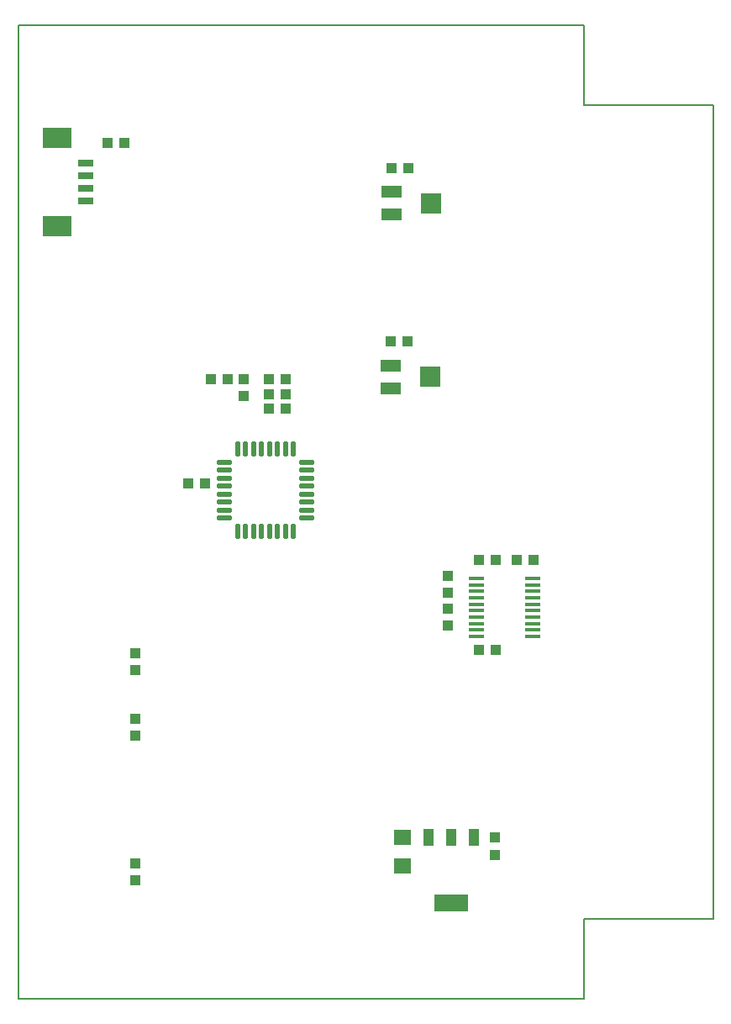
<source format=gtp>
%FSAX24Y24*%
%MOIN*%
G70*
G01*
G75*
G04 Layer_Color=8421504*
%ADD10R,0.0787X0.0512*%
%ADD11R,0.0787X0.0787*%
%ADD12R,0.0433X0.0394*%
%ADD13R,0.0630X0.0118*%
%ADD14O,0.0217X0.0630*%
%ADD15O,0.0630X0.0217*%
%ADD16R,0.1358X0.0689*%
%ADD17R,0.0433X0.0689*%
%ADD18R,0.0433X0.0689*%
%ADD19R,0.0394X0.0433*%
%ADD20R,0.0630X0.0315*%
%ADD21R,0.1181X0.0827*%
%ADD22R,0.0709X0.0630*%
%ADD23C,0.0236*%
%ADD24C,0.0217*%
%ADD25C,0.0118*%
%ADD26C,0.0080*%
%ADD27C,0.0591*%
%ADD28R,0.0591X0.0591*%
%ADD29C,0.0665*%
%ADD30R,0.0665X0.0665*%
%ADD31C,0.1874*%
%ADD32C,0.1969*%
%ADD33C,0.0630*%
%ADD34C,0.2520*%
%ADD35C,0.1024*%
%ADD36C,0.0472*%
%ADD37C,0.0197*%
%ADD38C,0.0098*%
%ADD39C,0.0079*%
%ADD40C,0.0050*%
%ADD41C,0.0100*%
%ADD42C,0.0140*%
%ADD43C,0.0080*%
%ADD44C,0.0059*%
D10*
X064961Y085098D02*
D03*
Y084193D02*
D03*
X065000Y091988D02*
D03*
Y091083D02*
D03*
D11*
X066535Y084646D02*
D03*
X066575Y091535D02*
D03*
D12*
X064961Y086063D02*
D03*
X065630D02*
D03*
X065000Y092913D02*
D03*
X065669D02*
D03*
X060118Y083386D02*
D03*
X060787D02*
D03*
X060787Y084567D02*
D03*
X060118D02*
D03*
X054409Y093937D02*
D03*
X053740D02*
D03*
X068465Y073819D02*
D03*
X069134D02*
D03*
Y077402D02*
D03*
X068465D02*
D03*
X069961D02*
D03*
X070630D02*
D03*
X060118Y083976D02*
D03*
X060787D02*
D03*
X057835Y084567D02*
D03*
X058504D02*
D03*
X057598Y080433D02*
D03*
X056929D02*
D03*
D13*
X068366Y076663D02*
D03*
Y076407D02*
D03*
Y076152D02*
D03*
Y075896D02*
D03*
Y075640D02*
D03*
Y075384D02*
D03*
Y075128D02*
D03*
Y074872D02*
D03*
Y074616D02*
D03*
Y074360D02*
D03*
X070610Y076663D02*
D03*
Y076407D02*
D03*
Y076152D02*
D03*
Y075896D02*
D03*
Y075640D02*
D03*
Y075384D02*
D03*
Y075128D02*
D03*
Y074872D02*
D03*
Y074616D02*
D03*
Y074360D02*
D03*
D14*
X058898Y081791D02*
D03*
X059213D02*
D03*
X059528D02*
D03*
X059843D02*
D03*
X060157D02*
D03*
X060472D02*
D03*
X060787D02*
D03*
X061102D02*
D03*
Y078524D02*
D03*
X060787D02*
D03*
X060472D02*
D03*
X060157D02*
D03*
X059843D02*
D03*
X059528D02*
D03*
X059213D02*
D03*
X058898D02*
D03*
D15*
X061634Y081260D02*
D03*
Y080945D02*
D03*
Y080630D02*
D03*
Y080315D02*
D03*
Y080000D02*
D03*
Y079685D02*
D03*
Y079370D02*
D03*
Y079055D02*
D03*
X058366Y079055D02*
D03*
Y079370D02*
D03*
Y079685D02*
D03*
Y080000D02*
D03*
Y080315D02*
D03*
Y080630D02*
D03*
Y080945D02*
D03*
Y081260D02*
D03*
D16*
X067362Y063799D02*
D03*
D17*
X066457Y066378D02*
D03*
X067362D02*
D03*
D18*
X068268D02*
D03*
D19*
X054843Y064685D02*
D03*
Y065354D02*
D03*
Y073032D02*
D03*
Y073701D02*
D03*
Y070433D02*
D03*
Y071102D02*
D03*
X059134Y083898D02*
D03*
Y084567D02*
D03*
X067244Y074803D02*
D03*
Y075472D02*
D03*
Y076772D02*
D03*
Y076102D02*
D03*
X069094Y065709D02*
D03*
Y066378D02*
D03*
D20*
X052874Y091634D02*
D03*
Y092126D02*
D03*
Y092618D02*
D03*
Y093110D02*
D03*
D21*
X051732Y090630D02*
D03*
Y094114D02*
D03*
D22*
X065433Y065276D02*
D03*
Y066378D02*
D03*
D26*
X072638Y095433D02*
Y098583D01*
Y095433D02*
X077756D01*
X072638Y063150D02*
X077756D01*
X072638Y060000D02*
Y063150D01*
X050197Y060000D02*
Y098583D01*
X077756Y063150D02*
Y095433D01*
X050197Y098583D02*
X072638D01*
X050197Y060000D02*
X072638D01*
M02*

</source>
